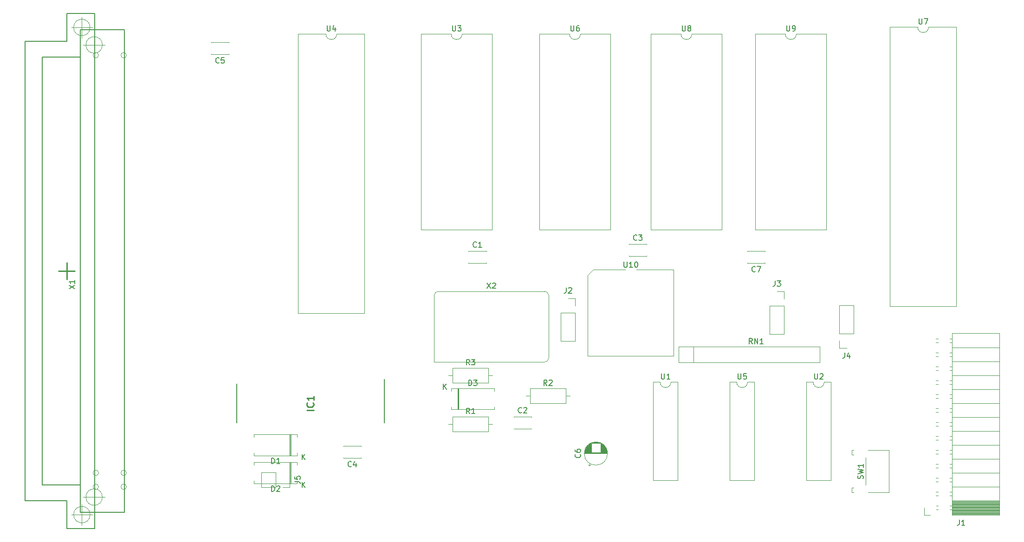
<source format=gbr>
%TF.GenerationSoftware,KiCad,Pcbnew,(5.1.10)-1*%
%TF.CreationDate,2022-01-29T09:49:05+01:00*%
%TF.ProjectId,cpu01,63707530-312e-46b6-9963-61645f706362,rev?*%
%TF.SameCoordinates,Original*%
%TF.FileFunction,Legend,Top*%
%TF.FilePolarity,Positive*%
%FSLAX46Y46*%
G04 Gerber Fmt 4.6, Leading zero omitted, Abs format (unit mm)*
G04 Created by KiCad (PCBNEW (5.1.10)-1) date 2022-01-29 09:49:05*
%MOMM*%
%LPD*%
G01*
G04 APERTURE LIST*
%ADD10C,0.120000*%
%ADD11C,0.200000*%
%ADD12C,0.100000*%
%ADD13C,0.250000*%
%ADD14C,0.150000*%
%ADD15C,0.254000*%
G04 APERTURE END LIST*
D10*
%TO.C,SW1*%
X181300000Y-132230000D02*
X181650000Y-132230000D01*
X181300000Y-133120000D02*
X181300000Y-132230000D01*
X181600000Y-133120000D02*
X181300000Y-133120000D01*
X184240000Y-133120000D02*
X188090000Y-133120000D01*
X188090000Y-133120000D02*
X188090000Y-125380000D01*
X188090000Y-125380000D02*
X184240000Y-125380000D01*
X183850000Y-126760000D02*
X183850000Y-131740000D01*
X181300000Y-126270000D02*
X181300000Y-125380000D01*
X181300000Y-126270000D02*
X181650000Y-126270000D01*
X181600000Y-125380000D02*
X181300000Y-125380000D01*
%TO.C,J5*%
X76200000Y-129480000D02*
X76200000Y-132140000D01*
X76200000Y-129480000D02*
X73600000Y-129480000D01*
X73600000Y-129480000D02*
X73600000Y-132140000D01*
X76200000Y-132140000D02*
X73600000Y-132140000D01*
X78800000Y-132140000D02*
X77470000Y-132140000D01*
X78800000Y-130810000D02*
X78800000Y-132140000D01*
%TO.C,U10*%
X148820000Y-92480000D02*
X141970000Y-92480000D01*
X148820000Y-108180000D02*
X148820000Y-92480000D01*
X133120000Y-108180000D02*
X148820000Y-108180000D01*
X133120000Y-93480000D02*
X133120000Y-108180000D01*
X134120000Y-92480000D02*
X133120000Y-93480000D01*
X139970000Y-92480000D02*
X134120000Y-92480000D01*
%TO.C,J4*%
X180340000Y-106740000D02*
X179010000Y-106740000D01*
X179010000Y-106740000D02*
X179010000Y-105410000D01*
X179010000Y-104140000D02*
X179010000Y-99000000D01*
X181670000Y-99000000D02*
X179010000Y-99000000D01*
X181670000Y-104140000D02*
X181670000Y-99000000D01*
X181670000Y-104140000D02*
X179010000Y-104140000D01*
%TO.C,J3*%
X167640000Y-96460000D02*
X168970000Y-96460000D01*
X168970000Y-96460000D02*
X168970000Y-97790000D01*
X168970000Y-99060000D02*
X168970000Y-104200000D01*
X166310000Y-104200000D02*
X168970000Y-104200000D01*
X166310000Y-99060000D02*
X166310000Y-104200000D01*
X166310000Y-99060000D02*
X168970000Y-99060000D01*
%TO.C,U7*%
X193310000Y-48200000D02*
X188250000Y-48200000D01*
X188250000Y-48200000D02*
X188250000Y-99120000D01*
X188250000Y-99120000D02*
X200370000Y-99120000D01*
X200370000Y-99120000D02*
X200370000Y-48200000D01*
X200370000Y-48200000D02*
X195310000Y-48200000D01*
X195310000Y-48200000D02*
G75*
G02*
X193310000Y-48200000I-1000000J0D01*
G01*
%TO.C,X2*%
X105120000Y-97170000D02*
X105120000Y-109320000D01*
X125270000Y-96420000D02*
X105870000Y-96420000D01*
X126020000Y-108570000D02*
X126020000Y-97170000D01*
X105120000Y-109320000D02*
X125270000Y-109320000D01*
X105870000Y-96420000D02*
G75*
G03*
X105120000Y-97170000I0J-750000D01*
G01*
X126020000Y-97170000D02*
G75*
G03*
X125270000Y-96420000I-750000J0D01*
G01*
X125270000Y-109320000D02*
G75*
G03*
X126020000Y-108570000I0J750000D01*
G01*
%TO.C,R3*%
X108490000Y-110390000D02*
X108490000Y-113130000D01*
X108490000Y-113130000D02*
X115030000Y-113130000D01*
X115030000Y-113130000D02*
X115030000Y-110390000D01*
X115030000Y-110390000D02*
X108490000Y-110390000D01*
X107720000Y-111760000D02*
X108490000Y-111760000D01*
X115800000Y-111760000D02*
X115030000Y-111760000D01*
%TO.C,J2*%
X128210000Y-100330000D02*
X130870000Y-100330000D01*
X128210000Y-100330000D02*
X128210000Y-105470000D01*
X128210000Y-105470000D02*
X130870000Y-105470000D01*
X130870000Y-100330000D02*
X130870000Y-105470000D01*
X130870000Y-97730000D02*
X130870000Y-99060000D01*
X129540000Y-97730000D02*
X130870000Y-97730000D01*
%TO.C,R2*%
X122600000Y-114140000D02*
X122600000Y-116880000D01*
X122600000Y-116880000D02*
X129140000Y-116880000D01*
X129140000Y-116880000D02*
X129140000Y-114140000D01*
X129140000Y-114140000D02*
X122600000Y-114140000D01*
X121830000Y-115510000D02*
X122600000Y-115510000D01*
X129910000Y-115510000D02*
X129140000Y-115510000D01*
%TO.C,R1*%
X108490000Y-119290000D02*
X108490000Y-122030000D01*
X108490000Y-122030000D02*
X115030000Y-122030000D01*
X115030000Y-122030000D02*
X115030000Y-119290000D01*
X115030000Y-119290000D02*
X108490000Y-119290000D01*
X107720000Y-120660000D02*
X108490000Y-120660000D01*
X115800000Y-120660000D02*
X115030000Y-120660000D01*
%TO.C,D3*%
X108240000Y-114620000D02*
X108240000Y-114140000D01*
X108240000Y-114140000D02*
X116080000Y-114140000D01*
X116080000Y-114140000D02*
X116080000Y-114620000D01*
X108240000Y-117500000D02*
X108240000Y-117980000D01*
X108240000Y-117980000D02*
X116080000Y-117980000D01*
X116080000Y-117980000D02*
X116080000Y-117500000D01*
X109500000Y-114140000D02*
X109500000Y-117980000D01*
X109620000Y-114140000D02*
X109620000Y-117980000D01*
X109380000Y-114140000D02*
X109380000Y-117980000D01*
%TO.C,C7*%
X165470000Y-91290000D02*
X162230000Y-91290000D01*
X165470000Y-89050000D02*
X162230000Y-89050000D01*
X165470000Y-91290000D02*
X165470000Y-91225000D01*
X165470000Y-89115000D02*
X165470000Y-89050000D01*
X162230000Y-91290000D02*
X162230000Y-91225000D01*
X162230000Y-89115000D02*
X162230000Y-89050000D01*
%TO.C,C6*%
X136740000Y-126000000D02*
G75*
G03*
X136740000Y-126000000I-2120000J0D01*
G01*
X132540000Y-126000000D02*
X136700000Y-126000000D01*
X132540000Y-125960000D02*
X136700000Y-125960000D01*
X132541000Y-125920000D02*
X136699000Y-125920000D01*
X132543000Y-125880000D02*
X136697000Y-125880000D01*
X132546000Y-125840000D02*
X136694000Y-125840000D01*
X132549000Y-125800000D02*
X133780000Y-125800000D01*
X135460000Y-125800000D02*
X136691000Y-125800000D01*
X132553000Y-125760000D02*
X133780000Y-125760000D01*
X135460000Y-125760000D02*
X136687000Y-125760000D01*
X132558000Y-125720000D02*
X133780000Y-125720000D01*
X135460000Y-125720000D02*
X136682000Y-125720000D01*
X132564000Y-125680000D02*
X133780000Y-125680000D01*
X135460000Y-125680000D02*
X136676000Y-125680000D01*
X132570000Y-125640000D02*
X133780000Y-125640000D01*
X135460000Y-125640000D02*
X136670000Y-125640000D01*
X132578000Y-125600000D02*
X133780000Y-125600000D01*
X135460000Y-125600000D02*
X136662000Y-125600000D01*
X132586000Y-125560000D02*
X133780000Y-125560000D01*
X135460000Y-125560000D02*
X136654000Y-125560000D01*
X132595000Y-125520000D02*
X133780000Y-125520000D01*
X135460000Y-125520000D02*
X136645000Y-125520000D01*
X132604000Y-125480000D02*
X133780000Y-125480000D01*
X135460000Y-125480000D02*
X136636000Y-125480000D01*
X132615000Y-125440000D02*
X133780000Y-125440000D01*
X135460000Y-125440000D02*
X136625000Y-125440000D01*
X132626000Y-125400000D02*
X133780000Y-125400000D01*
X135460000Y-125400000D02*
X136614000Y-125400000D01*
X132638000Y-125360000D02*
X133780000Y-125360000D01*
X135460000Y-125360000D02*
X136602000Y-125360000D01*
X132652000Y-125320000D02*
X133780000Y-125320000D01*
X135460000Y-125320000D02*
X136588000Y-125320000D01*
X132666000Y-125279000D02*
X133780000Y-125279000D01*
X135460000Y-125279000D02*
X136574000Y-125279000D01*
X132680000Y-125239000D02*
X133780000Y-125239000D01*
X135460000Y-125239000D02*
X136560000Y-125239000D01*
X132696000Y-125199000D02*
X133780000Y-125199000D01*
X135460000Y-125199000D02*
X136544000Y-125199000D01*
X132713000Y-125159000D02*
X133780000Y-125159000D01*
X135460000Y-125159000D02*
X136527000Y-125159000D01*
X132731000Y-125119000D02*
X133780000Y-125119000D01*
X135460000Y-125119000D02*
X136509000Y-125119000D01*
X132750000Y-125079000D02*
X133780000Y-125079000D01*
X135460000Y-125079000D02*
X136490000Y-125079000D01*
X132769000Y-125039000D02*
X133780000Y-125039000D01*
X135460000Y-125039000D02*
X136471000Y-125039000D01*
X132790000Y-124999000D02*
X133780000Y-124999000D01*
X135460000Y-124999000D02*
X136450000Y-124999000D01*
X132812000Y-124959000D02*
X133780000Y-124959000D01*
X135460000Y-124959000D02*
X136428000Y-124959000D01*
X132835000Y-124919000D02*
X133780000Y-124919000D01*
X135460000Y-124919000D02*
X136405000Y-124919000D01*
X132860000Y-124879000D02*
X133780000Y-124879000D01*
X135460000Y-124879000D02*
X136380000Y-124879000D01*
X132885000Y-124839000D02*
X133780000Y-124839000D01*
X135460000Y-124839000D02*
X136355000Y-124839000D01*
X132912000Y-124799000D02*
X133780000Y-124799000D01*
X135460000Y-124799000D02*
X136328000Y-124799000D01*
X132940000Y-124759000D02*
X133780000Y-124759000D01*
X135460000Y-124759000D02*
X136300000Y-124759000D01*
X132970000Y-124719000D02*
X133780000Y-124719000D01*
X135460000Y-124719000D02*
X136270000Y-124719000D01*
X133001000Y-124679000D02*
X133780000Y-124679000D01*
X135460000Y-124679000D02*
X136239000Y-124679000D01*
X133033000Y-124639000D02*
X133780000Y-124639000D01*
X135460000Y-124639000D02*
X136207000Y-124639000D01*
X133068000Y-124599000D02*
X133780000Y-124599000D01*
X135460000Y-124599000D02*
X136172000Y-124599000D01*
X133104000Y-124559000D02*
X133780000Y-124559000D01*
X135460000Y-124559000D02*
X136136000Y-124559000D01*
X133142000Y-124519000D02*
X133780000Y-124519000D01*
X135460000Y-124519000D02*
X136098000Y-124519000D01*
X133182000Y-124479000D02*
X133780000Y-124479000D01*
X135460000Y-124479000D02*
X136058000Y-124479000D01*
X133224000Y-124439000D02*
X133780000Y-124439000D01*
X135460000Y-124439000D02*
X136016000Y-124439000D01*
X133269000Y-124399000D02*
X133780000Y-124399000D01*
X135460000Y-124399000D02*
X135971000Y-124399000D01*
X133316000Y-124359000D02*
X133780000Y-124359000D01*
X135460000Y-124359000D02*
X135924000Y-124359000D01*
X133366000Y-124319000D02*
X133780000Y-124319000D01*
X135460000Y-124319000D02*
X135874000Y-124319000D01*
X133420000Y-124279000D02*
X133780000Y-124279000D01*
X135460000Y-124279000D02*
X135820000Y-124279000D01*
X133478000Y-124239000D02*
X133780000Y-124239000D01*
X135460000Y-124239000D02*
X135762000Y-124239000D01*
X133540000Y-124199000D02*
X133780000Y-124199000D01*
X135460000Y-124199000D02*
X135700000Y-124199000D01*
X133607000Y-124159000D02*
X135633000Y-124159000D01*
X133680000Y-124119000D02*
X135560000Y-124119000D01*
X133761000Y-124079000D02*
X135479000Y-124079000D01*
X133852000Y-124039000D02*
X135388000Y-124039000D01*
X133956000Y-123999000D02*
X135284000Y-123999000D01*
X134083000Y-123959000D02*
X135157000Y-123959000D01*
X134250000Y-123919000D02*
X134990000Y-123919000D01*
X133425000Y-128269801D02*
X133425000Y-127869801D01*
X133225000Y-128069801D02*
X133625000Y-128069801D01*
%TO.C,C5*%
X67680000Y-53190000D02*
X64440000Y-53190000D01*
X67680000Y-50950000D02*
X64440000Y-50950000D01*
X67680000Y-53190000D02*
X67680000Y-53125000D01*
X67680000Y-51015000D02*
X67680000Y-50950000D01*
X64440000Y-53190000D02*
X64440000Y-53125000D01*
X64440000Y-51015000D02*
X64440000Y-50950000D01*
%TO.C,C4*%
X91810000Y-126850000D02*
X88570000Y-126850000D01*
X91810000Y-124610000D02*
X88570000Y-124610000D01*
X91810000Y-126850000D02*
X91810000Y-126785000D01*
X91810000Y-124675000D02*
X91810000Y-124610000D01*
X88570000Y-126850000D02*
X88570000Y-126785000D01*
X88570000Y-124675000D02*
X88570000Y-124610000D01*
%TO.C,C3*%
X140640000Y-87780000D02*
X143880000Y-87780000D01*
X140640000Y-90020000D02*
X143880000Y-90020000D01*
X140640000Y-87780000D02*
X140640000Y-87845000D01*
X140640000Y-89955000D02*
X140640000Y-90020000D01*
X143880000Y-87780000D02*
X143880000Y-87845000D01*
X143880000Y-89955000D02*
X143880000Y-90020000D01*
%TO.C,C2*%
X119620000Y-119290000D02*
X122860000Y-119290000D01*
X119620000Y-121530000D02*
X122860000Y-121530000D01*
X119620000Y-119290000D02*
X119620000Y-119355000D01*
X119620000Y-121465000D02*
X119620000Y-121530000D01*
X122860000Y-119290000D02*
X122860000Y-119355000D01*
X122860000Y-121465000D02*
X122860000Y-121530000D01*
%TO.C,C1*%
X111390000Y-89050000D02*
X114630000Y-89050000D01*
X111390000Y-91290000D02*
X114630000Y-91290000D01*
X111390000Y-89050000D02*
X111390000Y-89115000D01*
X111390000Y-91225000D02*
X111390000Y-91290000D01*
X114630000Y-89050000D02*
X114630000Y-89115000D01*
X114630000Y-91225000D02*
X114630000Y-91290000D01*
%TO.C,D2*%
X78980000Y-131460000D02*
X78980000Y-127620000D01*
X78740000Y-131460000D02*
X78740000Y-127620000D01*
X78860000Y-131460000D02*
X78860000Y-127620000D01*
X72280000Y-127620000D02*
X72280000Y-128100000D01*
X80120000Y-127620000D02*
X72280000Y-127620000D01*
X80120000Y-128100000D02*
X80120000Y-127620000D01*
X72280000Y-131460000D02*
X72280000Y-130980000D01*
X80120000Y-131460000D02*
X72280000Y-131460000D01*
X80120000Y-130980000D02*
X80120000Y-131460000D01*
%TO.C,D1*%
X78980000Y-126380000D02*
X78980000Y-122540000D01*
X78740000Y-126380000D02*
X78740000Y-122540000D01*
X78860000Y-126380000D02*
X78860000Y-122540000D01*
X72280000Y-122540000D02*
X72280000Y-123020000D01*
X80120000Y-122540000D02*
X72280000Y-122540000D01*
X80120000Y-123020000D02*
X80120000Y-122540000D01*
X72280000Y-126380000D02*
X72280000Y-125900000D01*
X80120000Y-126380000D02*
X72280000Y-126380000D01*
X80120000Y-125900000D02*
X80120000Y-126380000D01*
%TO.C,U1*%
X146320000Y-112970000D02*
X145070000Y-112970000D01*
X145070000Y-112970000D02*
X145070000Y-130870000D01*
X145070000Y-130870000D02*
X149570000Y-130870000D01*
X149570000Y-130870000D02*
X149570000Y-112970000D01*
X149570000Y-112970000D02*
X148320000Y-112970000D01*
X148320000Y-112970000D02*
G75*
G02*
X146320000Y-112970000I-1000000J0D01*
G01*
%TO.C,U5*%
X160290000Y-112970000D02*
X159040000Y-112970000D01*
X159040000Y-112970000D02*
X159040000Y-130870000D01*
X159040000Y-130870000D02*
X163540000Y-130870000D01*
X163540000Y-130870000D02*
X163540000Y-112970000D01*
X163540000Y-112970000D02*
X162290000Y-112970000D01*
X162290000Y-112970000D02*
G75*
G02*
X160290000Y-112970000I-1000000J0D01*
G01*
%TO.C,U2*%
X174260000Y-112970000D02*
X173010000Y-112970000D01*
X173010000Y-112970000D02*
X173010000Y-130870000D01*
X173010000Y-130870000D02*
X177510000Y-130870000D01*
X177510000Y-130870000D02*
X177510000Y-112970000D01*
X177510000Y-112970000D02*
X176260000Y-112970000D01*
X176260000Y-112970000D02*
G75*
G02*
X174260000Y-112970000I-1000000J0D01*
G01*
%TO.C,RN1*%
X149690000Y-106550000D02*
X149690000Y-109350000D01*
X149690000Y-109350000D02*
X175430000Y-109350000D01*
X175430000Y-109350000D02*
X175430000Y-106550000D01*
X175430000Y-106550000D02*
X149690000Y-106550000D01*
X152400000Y-106550000D02*
X152400000Y-109350000D01*
%TO.C,J1*%
X208210000Y-137100000D02*
X199580000Y-137100000D01*
X208210000Y-136981905D02*
X199580000Y-136981905D01*
X208210000Y-136863810D02*
X199580000Y-136863810D01*
X208210000Y-136745715D02*
X199580000Y-136745715D01*
X208210000Y-136627620D02*
X199580000Y-136627620D01*
X208210000Y-136509525D02*
X199580000Y-136509525D01*
X208210000Y-136391430D02*
X199580000Y-136391430D01*
X208210000Y-136273335D02*
X199580000Y-136273335D01*
X208210000Y-136155240D02*
X199580000Y-136155240D01*
X208210000Y-136037145D02*
X199580000Y-136037145D01*
X208210000Y-135919050D02*
X199580000Y-135919050D01*
X208210000Y-135800955D02*
X199580000Y-135800955D01*
X208210000Y-135682860D02*
X199580000Y-135682860D01*
X208210000Y-135564765D02*
X199580000Y-135564765D01*
X208210000Y-135446670D02*
X199580000Y-135446670D01*
X208210000Y-135328575D02*
X199580000Y-135328575D01*
X208210000Y-135210480D02*
X199580000Y-135210480D01*
X208210000Y-135092385D02*
X199580000Y-135092385D01*
X208210000Y-134974290D02*
X199580000Y-134974290D01*
X208210000Y-134856195D02*
X199580000Y-134856195D01*
X208210000Y-134738100D02*
X199580000Y-134738100D01*
X199580000Y-136250000D02*
X199170000Y-136250000D01*
X197070000Y-136250000D02*
X196690000Y-136250000D01*
X199580000Y-135530000D02*
X199170000Y-135530000D01*
X197070000Y-135530000D02*
X196690000Y-135530000D01*
X199580000Y-133710000D02*
X199170000Y-133710000D01*
X197070000Y-133710000D02*
X196630000Y-133710000D01*
X199580000Y-132990000D02*
X199170000Y-132990000D01*
X197070000Y-132990000D02*
X196630000Y-132990000D01*
X199580000Y-131170000D02*
X199170000Y-131170000D01*
X197070000Y-131170000D02*
X196630000Y-131170000D01*
X199580000Y-130450000D02*
X199170000Y-130450000D01*
X197070000Y-130450000D02*
X196630000Y-130450000D01*
X199580000Y-128630000D02*
X199170000Y-128630000D01*
X197070000Y-128630000D02*
X196630000Y-128630000D01*
X199580000Y-127910000D02*
X199170000Y-127910000D01*
X197070000Y-127910000D02*
X196630000Y-127910000D01*
X199580000Y-126090000D02*
X199170000Y-126090000D01*
X197070000Y-126090000D02*
X196630000Y-126090000D01*
X199580000Y-125370000D02*
X199170000Y-125370000D01*
X197070000Y-125370000D02*
X196630000Y-125370000D01*
X199580000Y-123550000D02*
X199170000Y-123550000D01*
X197070000Y-123550000D02*
X196630000Y-123550000D01*
X199580000Y-122830000D02*
X199170000Y-122830000D01*
X197070000Y-122830000D02*
X196630000Y-122830000D01*
X199580000Y-121010000D02*
X199170000Y-121010000D01*
X197070000Y-121010000D02*
X196630000Y-121010000D01*
X199580000Y-120290000D02*
X199170000Y-120290000D01*
X197070000Y-120290000D02*
X196630000Y-120290000D01*
X199580000Y-118470000D02*
X199170000Y-118470000D01*
X197070000Y-118470000D02*
X196630000Y-118470000D01*
X199580000Y-117750000D02*
X199170000Y-117750000D01*
X197070000Y-117750000D02*
X196630000Y-117750000D01*
X199580000Y-115930000D02*
X199170000Y-115930000D01*
X197070000Y-115930000D02*
X196630000Y-115930000D01*
X199580000Y-115210000D02*
X199170000Y-115210000D01*
X197070000Y-115210000D02*
X196630000Y-115210000D01*
X199580000Y-113390000D02*
X199170000Y-113390000D01*
X197070000Y-113390000D02*
X196630000Y-113390000D01*
X199580000Y-112670000D02*
X199170000Y-112670000D01*
X197070000Y-112670000D02*
X196630000Y-112670000D01*
X199580000Y-110850000D02*
X199170000Y-110850000D01*
X197070000Y-110850000D02*
X196630000Y-110850000D01*
X199580000Y-110130000D02*
X199170000Y-110130000D01*
X197070000Y-110130000D02*
X196630000Y-110130000D01*
X199580000Y-108310000D02*
X199170000Y-108310000D01*
X197070000Y-108310000D02*
X196630000Y-108310000D01*
X199580000Y-107590000D02*
X199170000Y-107590000D01*
X197070000Y-107590000D02*
X196630000Y-107590000D01*
X199580000Y-105770000D02*
X199170000Y-105770000D01*
X197070000Y-105770000D02*
X196630000Y-105770000D01*
X199580000Y-105050000D02*
X199170000Y-105050000D01*
X197070000Y-105050000D02*
X196630000Y-105050000D01*
X208210000Y-134620000D02*
X199580000Y-134620000D01*
X208210000Y-132080000D02*
X199580000Y-132080000D01*
X208210000Y-129540000D02*
X199580000Y-129540000D01*
X208210000Y-127000000D02*
X199580000Y-127000000D01*
X208210000Y-124460000D02*
X199580000Y-124460000D01*
X208210000Y-121920000D02*
X199580000Y-121920000D01*
X208210000Y-119380000D02*
X199580000Y-119380000D01*
X208210000Y-116840000D02*
X199580000Y-116840000D01*
X208210000Y-114300000D02*
X199580000Y-114300000D01*
X208210000Y-111760000D02*
X199580000Y-111760000D01*
X208210000Y-109220000D02*
X199580000Y-109220000D01*
X208210000Y-106680000D02*
X199580000Y-106680000D01*
X208210000Y-137220000D02*
X199580000Y-137220000D01*
X199580000Y-137220000D02*
X199580000Y-104080000D01*
X208210000Y-104080000D02*
X199580000Y-104080000D01*
X208210000Y-137220000D02*
X208210000Y-104080000D01*
X194470000Y-137220000D02*
X194470000Y-135890000D01*
X195580000Y-137220000D02*
X194470000Y-137220000D01*
%TO.C,U9*%
X169180000Y-49470000D02*
X163720000Y-49470000D01*
X163720000Y-49470000D02*
X163720000Y-85150000D01*
X163720000Y-85150000D02*
X176640000Y-85150000D01*
X176640000Y-85150000D02*
X176640000Y-49470000D01*
X176640000Y-49470000D02*
X171180000Y-49470000D01*
X171180000Y-49470000D02*
G75*
G02*
X169180000Y-49470000I-1000000J0D01*
G01*
%TO.C,U8*%
X150130000Y-49470000D02*
X144670000Y-49470000D01*
X144670000Y-49470000D02*
X144670000Y-85150000D01*
X144670000Y-85150000D02*
X157590000Y-85150000D01*
X157590000Y-85150000D02*
X157590000Y-49470000D01*
X157590000Y-49470000D02*
X152130000Y-49470000D01*
X152130000Y-49470000D02*
G75*
G02*
X150130000Y-49470000I-1000000J0D01*
G01*
%TO.C,U6*%
X129810000Y-49470000D02*
X124350000Y-49470000D01*
X124350000Y-49470000D02*
X124350000Y-85150000D01*
X124350000Y-85150000D02*
X137270000Y-85150000D01*
X137270000Y-85150000D02*
X137270000Y-49470000D01*
X137270000Y-49470000D02*
X131810000Y-49470000D01*
X131810000Y-49470000D02*
G75*
G02*
X129810000Y-49470000I-1000000J0D01*
G01*
%TO.C,U3*%
X108220000Y-49470000D02*
X102760000Y-49470000D01*
X102760000Y-49470000D02*
X102760000Y-85150000D01*
X102760000Y-85150000D02*
X115680000Y-85150000D01*
X115680000Y-85150000D02*
X115680000Y-49470000D01*
X115680000Y-49470000D02*
X110220000Y-49470000D01*
X110220000Y-49470000D02*
G75*
G02*
X108220000Y-49470000I-1000000J0D01*
G01*
D11*
%TO.C,IC1*%
X69088000Y-113284000D02*
X69088000Y-120396000D01*
X96012000Y-112450000D02*
X96012000Y-120396000D01*
D10*
%TO.C,U4*%
X85360000Y-49470000D02*
X80300000Y-49470000D01*
X80300000Y-49470000D02*
X80300000Y-100390000D01*
X80300000Y-100390000D02*
X92420000Y-100390000D01*
X92420000Y-100390000D02*
X92420000Y-49470000D01*
X92420000Y-49470000D02*
X87360000Y-49470000D01*
X87360000Y-49470000D02*
G75*
G02*
X85360000Y-49470000I-1000000J0D01*
G01*
D11*
%TO.C,X1*%
X43180000Y-139700000D02*
X43180000Y-45720000D01*
X30480000Y-50800000D02*
X30480000Y-134620000D01*
X30480000Y-134620000D02*
X38100000Y-134620000D01*
X38100000Y-134620000D02*
X38100000Y-139700000D01*
X38100000Y-139700000D02*
X43180000Y-139700000D01*
X38100000Y-45720000D02*
X38100000Y-50800000D01*
X38100000Y-50800000D02*
X30480000Y-50800000D01*
X43180000Y-45720000D02*
X38100000Y-45720000D01*
D12*
X42355900Y-48272700D02*
G75*
G03*
X42355900Y-48272700I-1500000J0D01*
G01*
X40855900Y-46367700D02*
X40855900Y-50177700D01*
X42760900Y-48272700D02*
X38950900Y-48272700D01*
X40868600Y-135255000D02*
X40868600Y-139065000D01*
X42773600Y-137160000D02*
X38963600Y-137160000D01*
X42368600Y-137160000D02*
G75*
G03*
X42368600Y-137160000I-1500000J0D01*
G01*
X43908600Y-53340000D02*
G75*
G03*
X43908600Y-53340000I-500000J0D01*
G01*
X43908600Y-129540000D02*
G75*
G03*
X43908600Y-129540000I-500000J0D01*
G01*
X43908600Y-132080000D02*
G75*
G03*
X43908600Y-132080000I-500000J0D01*
G01*
X48988600Y-53340000D02*
G75*
G03*
X48988600Y-53340000I-500000J0D01*
G01*
X48988600Y-129540000D02*
G75*
G03*
X48988600Y-129540000I-500000J0D01*
G01*
X48988600Y-132080000D02*
G75*
G03*
X48988600Y-132080000I-500000J0D01*
G01*
D11*
X40600000Y-48710000D02*
X40600000Y-136710000D01*
X40600000Y-48710000D02*
X48600000Y-48710000D01*
X48600000Y-48710000D02*
X48600000Y-136710000D01*
X48600000Y-136710000D02*
X40600000Y-136710000D01*
X40600000Y-131710000D02*
X33600000Y-131710000D01*
X33600000Y-131710000D02*
X33600000Y-53710000D01*
X33600000Y-53710000D02*
X40600000Y-53710000D01*
D12*
X44600000Y-51460000D02*
G75*
G03*
X44600000Y-51460000I-1500000J0D01*
G01*
X45100000Y-51460000D02*
X41100000Y-51460000D01*
X43100000Y-49460000D02*
X43100000Y-53460000D01*
X44600000Y-133960000D02*
G75*
G03*
X44600000Y-133960000I-1500000J0D01*
G01*
X45100000Y-133960000D02*
X41100000Y-133960000D01*
X43100000Y-131960000D02*
X43100000Y-135960000D01*
D13*
X39600000Y-92710000D02*
X36600000Y-92710000D01*
X38100000Y-91210000D02*
X38100000Y-94210000D01*
%TO.C,SW1*%
D14*
X183324761Y-130583333D02*
X183372380Y-130440476D01*
X183372380Y-130202380D01*
X183324761Y-130107142D01*
X183277142Y-130059523D01*
X183181904Y-130011904D01*
X183086666Y-130011904D01*
X182991428Y-130059523D01*
X182943809Y-130107142D01*
X182896190Y-130202380D01*
X182848571Y-130392857D01*
X182800952Y-130488095D01*
X182753333Y-130535714D01*
X182658095Y-130583333D01*
X182562857Y-130583333D01*
X182467619Y-130535714D01*
X182420000Y-130488095D01*
X182372380Y-130392857D01*
X182372380Y-130154761D01*
X182420000Y-130011904D01*
X182372380Y-129678571D02*
X183372380Y-129440476D01*
X182658095Y-129250000D01*
X183372380Y-129059523D01*
X182372380Y-128821428D01*
X183372380Y-127916666D02*
X183372380Y-128488095D01*
X183372380Y-128202380D02*
X182372380Y-128202380D01*
X182515238Y-128297619D01*
X182610476Y-128392857D01*
X182658095Y-128488095D01*
%TO.C,J5*%
X79692380Y-131143333D02*
X80406666Y-131143333D01*
X80549523Y-131190952D01*
X80644761Y-131286190D01*
X80692380Y-131429047D01*
X80692380Y-131524285D01*
X79692380Y-130190952D02*
X79692380Y-130667142D01*
X80168571Y-130714761D01*
X80120952Y-130667142D01*
X80073333Y-130571904D01*
X80073333Y-130333809D01*
X80120952Y-130238571D01*
X80168571Y-130190952D01*
X80263809Y-130143333D01*
X80501904Y-130143333D01*
X80597142Y-130190952D01*
X80644761Y-130238571D01*
X80692380Y-130333809D01*
X80692380Y-130571904D01*
X80644761Y-130667142D01*
X80597142Y-130714761D01*
%TO.C,U10*%
X139731904Y-91032380D02*
X139731904Y-91841904D01*
X139779523Y-91937142D01*
X139827142Y-91984761D01*
X139922380Y-92032380D01*
X140112857Y-92032380D01*
X140208095Y-91984761D01*
X140255714Y-91937142D01*
X140303333Y-91841904D01*
X140303333Y-91032380D01*
X141303333Y-92032380D02*
X140731904Y-92032380D01*
X141017619Y-92032380D02*
X141017619Y-91032380D01*
X140922380Y-91175238D01*
X140827142Y-91270476D01*
X140731904Y-91318095D01*
X141922380Y-91032380D02*
X142017619Y-91032380D01*
X142112857Y-91080000D01*
X142160476Y-91127619D01*
X142208095Y-91222857D01*
X142255714Y-91413333D01*
X142255714Y-91651428D01*
X142208095Y-91841904D01*
X142160476Y-91937142D01*
X142112857Y-91984761D01*
X142017619Y-92032380D01*
X141922380Y-92032380D01*
X141827142Y-91984761D01*
X141779523Y-91937142D01*
X141731904Y-91841904D01*
X141684285Y-91651428D01*
X141684285Y-91413333D01*
X141731904Y-91222857D01*
X141779523Y-91127619D01*
X141827142Y-91080000D01*
X141922380Y-91032380D01*
%TO.C,J4*%
X180006666Y-107632380D02*
X180006666Y-108346666D01*
X179959047Y-108489523D01*
X179863809Y-108584761D01*
X179720952Y-108632380D01*
X179625714Y-108632380D01*
X180911428Y-107965714D02*
X180911428Y-108632380D01*
X180673333Y-107584761D02*
X180435238Y-108299047D01*
X181054285Y-108299047D01*
%TO.C,J3*%
X167306666Y-94472380D02*
X167306666Y-95186666D01*
X167259047Y-95329523D01*
X167163809Y-95424761D01*
X167020952Y-95472380D01*
X166925714Y-95472380D01*
X167687619Y-94472380D02*
X168306666Y-94472380D01*
X167973333Y-94853333D01*
X168116190Y-94853333D01*
X168211428Y-94900952D01*
X168259047Y-94948571D01*
X168306666Y-95043809D01*
X168306666Y-95281904D01*
X168259047Y-95377142D01*
X168211428Y-95424761D01*
X168116190Y-95472380D01*
X167830476Y-95472380D01*
X167735238Y-95424761D01*
X167687619Y-95377142D01*
%TO.C,U7*%
X193548095Y-46652380D02*
X193548095Y-47461904D01*
X193595714Y-47557142D01*
X193643333Y-47604761D01*
X193738571Y-47652380D01*
X193929047Y-47652380D01*
X194024285Y-47604761D01*
X194071904Y-47557142D01*
X194119523Y-47461904D01*
X194119523Y-46652380D01*
X194500476Y-46652380D02*
X195167142Y-46652380D01*
X194738571Y-47652380D01*
%TO.C,X2*%
X114760476Y-94872380D02*
X115427142Y-95872380D01*
X115427142Y-94872380D02*
X114760476Y-95872380D01*
X115760476Y-94967619D02*
X115808095Y-94920000D01*
X115903333Y-94872380D01*
X116141428Y-94872380D01*
X116236666Y-94920000D01*
X116284285Y-94967619D01*
X116331904Y-95062857D01*
X116331904Y-95158095D01*
X116284285Y-95300952D01*
X115712857Y-95872380D01*
X116331904Y-95872380D01*
%TO.C,R3*%
X111593333Y-109842380D02*
X111260000Y-109366190D01*
X111021904Y-109842380D02*
X111021904Y-108842380D01*
X111402857Y-108842380D01*
X111498095Y-108890000D01*
X111545714Y-108937619D01*
X111593333Y-109032857D01*
X111593333Y-109175714D01*
X111545714Y-109270952D01*
X111498095Y-109318571D01*
X111402857Y-109366190D01*
X111021904Y-109366190D01*
X111926666Y-108842380D02*
X112545714Y-108842380D01*
X112212380Y-109223333D01*
X112355238Y-109223333D01*
X112450476Y-109270952D01*
X112498095Y-109318571D01*
X112545714Y-109413809D01*
X112545714Y-109651904D01*
X112498095Y-109747142D01*
X112450476Y-109794761D01*
X112355238Y-109842380D01*
X112069523Y-109842380D01*
X111974285Y-109794761D01*
X111926666Y-109747142D01*
%TO.C,J2*%
X129206666Y-95742380D02*
X129206666Y-96456666D01*
X129159047Y-96599523D01*
X129063809Y-96694761D01*
X128920952Y-96742380D01*
X128825714Y-96742380D01*
X129635238Y-95837619D02*
X129682857Y-95790000D01*
X129778095Y-95742380D01*
X130016190Y-95742380D01*
X130111428Y-95790000D01*
X130159047Y-95837619D01*
X130206666Y-95932857D01*
X130206666Y-96028095D01*
X130159047Y-96170952D01*
X129587619Y-96742380D01*
X130206666Y-96742380D01*
%TO.C,R2*%
X125703333Y-113592380D02*
X125370000Y-113116190D01*
X125131904Y-113592380D02*
X125131904Y-112592380D01*
X125512857Y-112592380D01*
X125608095Y-112640000D01*
X125655714Y-112687619D01*
X125703333Y-112782857D01*
X125703333Y-112925714D01*
X125655714Y-113020952D01*
X125608095Y-113068571D01*
X125512857Y-113116190D01*
X125131904Y-113116190D01*
X126084285Y-112687619D02*
X126131904Y-112640000D01*
X126227142Y-112592380D01*
X126465238Y-112592380D01*
X126560476Y-112640000D01*
X126608095Y-112687619D01*
X126655714Y-112782857D01*
X126655714Y-112878095D01*
X126608095Y-113020952D01*
X126036666Y-113592380D01*
X126655714Y-113592380D01*
%TO.C,R1*%
X111593333Y-118742380D02*
X111260000Y-118266190D01*
X111021904Y-118742380D02*
X111021904Y-117742380D01*
X111402857Y-117742380D01*
X111498095Y-117790000D01*
X111545714Y-117837619D01*
X111593333Y-117932857D01*
X111593333Y-118075714D01*
X111545714Y-118170952D01*
X111498095Y-118218571D01*
X111402857Y-118266190D01*
X111021904Y-118266190D01*
X112545714Y-118742380D02*
X111974285Y-118742380D01*
X112260000Y-118742380D02*
X112260000Y-117742380D01*
X112164761Y-117885238D01*
X112069523Y-117980476D01*
X111974285Y-118028095D01*
%TO.C,D3*%
X111421904Y-113592380D02*
X111421904Y-112592380D01*
X111660000Y-112592380D01*
X111802857Y-112640000D01*
X111898095Y-112735238D01*
X111945714Y-112830476D01*
X111993333Y-113020952D01*
X111993333Y-113163809D01*
X111945714Y-113354285D01*
X111898095Y-113449523D01*
X111802857Y-113544761D01*
X111660000Y-113592380D01*
X111421904Y-113592380D01*
X112326666Y-112592380D02*
X112945714Y-112592380D01*
X112612380Y-112973333D01*
X112755238Y-112973333D01*
X112850476Y-113020952D01*
X112898095Y-113068571D01*
X112945714Y-113163809D01*
X112945714Y-113401904D01*
X112898095Y-113497142D01*
X112850476Y-113544761D01*
X112755238Y-113592380D01*
X112469523Y-113592380D01*
X112374285Y-113544761D01*
X112326666Y-113497142D01*
X106818095Y-114312380D02*
X106818095Y-113312380D01*
X107389523Y-114312380D02*
X106960952Y-113740952D01*
X107389523Y-113312380D02*
X106818095Y-113883809D01*
%TO.C,C7*%
X163683333Y-92777142D02*
X163635714Y-92824761D01*
X163492857Y-92872380D01*
X163397619Y-92872380D01*
X163254761Y-92824761D01*
X163159523Y-92729523D01*
X163111904Y-92634285D01*
X163064285Y-92443809D01*
X163064285Y-92300952D01*
X163111904Y-92110476D01*
X163159523Y-92015238D01*
X163254761Y-91920000D01*
X163397619Y-91872380D01*
X163492857Y-91872380D01*
X163635714Y-91920000D01*
X163683333Y-91967619D01*
X164016666Y-91872380D02*
X164683333Y-91872380D01*
X164254761Y-92872380D01*
%TO.C,C6*%
X131727142Y-126166666D02*
X131774761Y-126214285D01*
X131822380Y-126357142D01*
X131822380Y-126452380D01*
X131774761Y-126595238D01*
X131679523Y-126690476D01*
X131584285Y-126738095D01*
X131393809Y-126785714D01*
X131250952Y-126785714D01*
X131060476Y-126738095D01*
X130965238Y-126690476D01*
X130870000Y-126595238D01*
X130822380Y-126452380D01*
X130822380Y-126357142D01*
X130870000Y-126214285D01*
X130917619Y-126166666D01*
X130822380Y-125309523D02*
X130822380Y-125500000D01*
X130870000Y-125595238D01*
X130917619Y-125642857D01*
X131060476Y-125738095D01*
X131250952Y-125785714D01*
X131631904Y-125785714D01*
X131727142Y-125738095D01*
X131774761Y-125690476D01*
X131822380Y-125595238D01*
X131822380Y-125404761D01*
X131774761Y-125309523D01*
X131727142Y-125261904D01*
X131631904Y-125214285D01*
X131393809Y-125214285D01*
X131298571Y-125261904D01*
X131250952Y-125309523D01*
X131203333Y-125404761D01*
X131203333Y-125595238D01*
X131250952Y-125690476D01*
X131298571Y-125738095D01*
X131393809Y-125785714D01*
%TO.C,C5*%
X65893333Y-54677142D02*
X65845714Y-54724761D01*
X65702857Y-54772380D01*
X65607619Y-54772380D01*
X65464761Y-54724761D01*
X65369523Y-54629523D01*
X65321904Y-54534285D01*
X65274285Y-54343809D01*
X65274285Y-54200952D01*
X65321904Y-54010476D01*
X65369523Y-53915238D01*
X65464761Y-53820000D01*
X65607619Y-53772380D01*
X65702857Y-53772380D01*
X65845714Y-53820000D01*
X65893333Y-53867619D01*
X66798095Y-53772380D02*
X66321904Y-53772380D01*
X66274285Y-54248571D01*
X66321904Y-54200952D01*
X66417142Y-54153333D01*
X66655238Y-54153333D01*
X66750476Y-54200952D01*
X66798095Y-54248571D01*
X66845714Y-54343809D01*
X66845714Y-54581904D01*
X66798095Y-54677142D01*
X66750476Y-54724761D01*
X66655238Y-54772380D01*
X66417142Y-54772380D01*
X66321904Y-54724761D01*
X66274285Y-54677142D01*
%TO.C,C4*%
X90023333Y-128337142D02*
X89975714Y-128384761D01*
X89832857Y-128432380D01*
X89737619Y-128432380D01*
X89594761Y-128384761D01*
X89499523Y-128289523D01*
X89451904Y-128194285D01*
X89404285Y-128003809D01*
X89404285Y-127860952D01*
X89451904Y-127670476D01*
X89499523Y-127575238D01*
X89594761Y-127480000D01*
X89737619Y-127432380D01*
X89832857Y-127432380D01*
X89975714Y-127480000D01*
X90023333Y-127527619D01*
X90880476Y-127765714D02*
X90880476Y-128432380D01*
X90642380Y-127384761D02*
X90404285Y-128099047D01*
X91023333Y-128099047D01*
%TO.C,C3*%
X142093333Y-87007142D02*
X142045714Y-87054761D01*
X141902857Y-87102380D01*
X141807619Y-87102380D01*
X141664761Y-87054761D01*
X141569523Y-86959523D01*
X141521904Y-86864285D01*
X141474285Y-86673809D01*
X141474285Y-86530952D01*
X141521904Y-86340476D01*
X141569523Y-86245238D01*
X141664761Y-86150000D01*
X141807619Y-86102380D01*
X141902857Y-86102380D01*
X142045714Y-86150000D01*
X142093333Y-86197619D01*
X142426666Y-86102380D02*
X143045714Y-86102380D01*
X142712380Y-86483333D01*
X142855238Y-86483333D01*
X142950476Y-86530952D01*
X142998095Y-86578571D01*
X143045714Y-86673809D01*
X143045714Y-86911904D01*
X142998095Y-87007142D01*
X142950476Y-87054761D01*
X142855238Y-87102380D01*
X142569523Y-87102380D01*
X142474285Y-87054761D01*
X142426666Y-87007142D01*
%TO.C,C2*%
X121073333Y-118517142D02*
X121025714Y-118564761D01*
X120882857Y-118612380D01*
X120787619Y-118612380D01*
X120644761Y-118564761D01*
X120549523Y-118469523D01*
X120501904Y-118374285D01*
X120454285Y-118183809D01*
X120454285Y-118040952D01*
X120501904Y-117850476D01*
X120549523Y-117755238D01*
X120644761Y-117660000D01*
X120787619Y-117612380D01*
X120882857Y-117612380D01*
X121025714Y-117660000D01*
X121073333Y-117707619D01*
X121454285Y-117707619D02*
X121501904Y-117660000D01*
X121597142Y-117612380D01*
X121835238Y-117612380D01*
X121930476Y-117660000D01*
X121978095Y-117707619D01*
X122025714Y-117802857D01*
X122025714Y-117898095D01*
X121978095Y-118040952D01*
X121406666Y-118612380D01*
X122025714Y-118612380D01*
%TO.C,C1*%
X112843333Y-88277142D02*
X112795714Y-88324761D01*
X112652857Y-88372380D01*
X112557619Y-88372380D01*
X112414761Y-88324761D01*
X112319523Y-88229523D01*
X112271904Y-88134285D01*
X112224285Y-87943809D01*
X112224285Y-87800952D01*
X112271904Y-87610476D01*
X112319523Y-87515238D01*
X112414761Y-87420000D01*
X112557619Y-87372380D01*
X112652857Y-87372380D01*
X112795714Y-87420000D01*
X112843333Y-87467619D01*
X113795714Y-88372380D02*
X113224285Y-88372380D01*
X113510000Y-88372380D02*
X113510000Y-87372380D01*
X113414761Y-87515238D01*
X113319523Y-87610476D01*
X113224285Y-87658095D01*
%TO.C,D2*%
X75461904Y-132912380D02*
X75461904Y-131912380D01*
X75700000Y-131912380D01*
X75842857Y-131960000D01*
X75938095Y-132055238D01*
X75985714Y-132150476D01*
X76033333Y-132340952D01*
X76033333Y-132483809D01*
X75985714Y-132674285D01*
X75938095Y-132769523D01*
X75842857Y-132864761D01*
X75700000Y-132912380D01*
X75461904Y-132912380D01*
X76414285Y-132007619D02*
X76461904Y-131960000D01*
X76557142Y-131912380D01*
X76795238Y-131912380D01*
X76890476Y-131960000D01*
X76938095Y-132007619D01*
X76985714Y-132102857D01*
X76985714Y-132198095D01*
X76938095Y-132340952D01*
X76366666Y-132912380D01*
X76985714Y-132912380D01*
X81018095Y-132192380D02*
X81018095Y-131192380D01*
X81589523Y-132192380D02*
X81160952Y-131620952D01*
X81589523Y-131192380D02*
X81018095Y-131763809D01*
%TO.C,D1*%
X75461904Y-127832380D02*
X75461904Y-126832380D01*
X75700000Y-126832380D01*
X75842857Y-126880000D01*
X75938095Y-126975238D01*
X75985714Y-127070476D01*
X76033333Y-127260952D01*
X76033333Y-127403809D01*
X75985714Y-127594285D01*
X75938095Y-127689523D01*
X75842857Y-127784761D01*
X75700000Y-127832380D01*
X75461904Y-127832380D01*
X76985714Y-127832380D02*
X76414285Y-127832380D01*
X76700000Y-127832380D02*
X76700000Y-126832380D01*
X76604761Y-126975238D01*
X76509523Y-127070476D01*
X76414285Y-127118095D01*
X81018095Y-127112380D02*
X81018095Y-126112380D01*
X81589523Y-127112380D02*
X81160952Y-126540952D01*
X81589523Y-126112380D02*
X81018095Y-126683809D01*
%TO.C,U1*%
X146558095Y-111422380D02*
X146558095Y-112231904D01*
X146605714Y-112327142D01*
X146653333Y-112374761D01*
X146748571Y-112422380D01*
X146939047Y-112422380D01*
X147034285Y-112374761D01*
X147081904Y-112327142D01*
X147129523Y-112231904D01*
X147129523Y-111422380D01*
X148129523Y-112422380D02*
X147558095Y-112422380D01*
X147843809Y-112422380D02*
X147843809Y-111422380D01*
X147748571Y-111565238D01*
X147653333Y-111660476D01*
X147558095Y-111708095D01*
%TO.C,U5*%
X160528095Y-111422380D02*
X160528095Y-112231904D01*
X160575714Y-112327142D01*
X160623333Y-112374761D01*
X160718571Y-112422380D01*
X160909047Y-112422380D01*
X161004285Y-112374761D01*
X161051904Y-112327142D01*
X161099523Y-112231904D01*
X161099523Y-111422380D01*
X162051904Y-111422380D02*
X161575714Y-111422380D01*
X161528095Y-111898571D01*
X161575714Y-111850952D01*
X161670952Y-111803333D01*
X161909047Y-111803333D01*
X162004285Y-111850952D01*
X162051904Y-111898571D01*
X162099523Y-111993809D01*
X162099523Y-112231904D01*
X162051904Y-112327142D01*
X162004285Y-112374761D01*
X161909047Y-112422380D01*
X161670952Y-112422380D01*
X161575714Y-112374761D01*
X161528095Y-112327142D01*
%TO.C,U2*%
X174498095Y-111422380D02*
X174498095Y-112231904D01*
X174545714Y-112327142D01*
X174593333Y-112374761D01*
X174688571Y-112422380D01*
X174879047Y-112422380D01*
X174974285Y-112374761D01*
X175021904Y-112327142D01*
X175069523Y-112231904D01*
X175069523Y-111422380D01*
X175498095Y-111517619D02*
X175545714Y-111470000D01*
X175640952Y-111422380D01*
X175879047Y-111422380D01*
X175974285Y-111470000D01*
X176021904Y-111517619D01*
X176069523Y-111612857D01*
X176069523Y-111708095D01*
X176021904Y-111850952D01*
X175450476Y-112422380D01*
X176069523Y-112422380D01*
%TO.C,RN1*%
X163139523Y-106002380D02*
X162806190Y-105526190D01*
X162568095Y-106002380D02*
X162568095Y-105002380D01*
X162949047Y-105002380D01*
X163044285Y-105050000D01*
X163091904Y-105097619D01*
X163139523Y-105192857D01*
X163139523Y-105335714D01*
X163091904Y-105430952D01*
X163044285Y-105478571D01*
X162949047Y-105526190D01*
X162568095Y-105526190D01*
X163568095Y-106002380D02*
X163568095Y-105002380D01*
X164139523Y-106002380D01*
X164139523Y-105002380D01*
X165139523Y-106002380D02*
X164568095Y-106002380D01*
X164853809Y-106002380D02*
X164853809Y-105002380D01*
X164758571Y-105145238D01*
X164663333Y-105240476D01*
X164568095Y-105288095D01*
%TO.C,J1*%
X200896666Y-138112380D02*
X200896666Y-138826666D01*
X200849047Y-138969523D01*
X200753809Y-139064761D01*
X200610952Y-139112380D01*
X200515714Y-139112380D01*
X201896666Y-139112380D02*
X201325238Y-139112380D01*
X201610952Y-139112380D02*
X201610952Y-138112380D01*
X201515714Y-138255238D01*
X201420476Y-138350476D01*
X201325238Y-138398095D01*
%TO.C,U9*%
X169418095Y-47922380D02*
X169418095Y-48731904D01*
X169465714Y-48827142D01*
X169513333Y-48874761D01*
X169608571Y-48922380D01*
X169799047Y-48922380D01*
X169894285Y-48874761D01*
X169941904Y-48827142D01*
X169989523Y-48731904D01*
X169989523Y-47922380D01*
X170513333Y-48922380D02*
X170703809Y-48922380D01*
X170799047Y-48874761D01*
X170846666Y-48827142D01*
X170941904Y-48684285D01*
X170989523Y-48493809D01*
X170989523Y-48112857D01*
X170941904Y-48017619D01*
X170894285Y-47970000D01*
X170799047Y-47922380D01*
X170608571Y-47922380D01*
X170513333Y-47970000D01*
X170465714Y-48017619D01*
X170418095Y-48112857D01*
X170418095Y-48350952D01*
X170465714Y-48446190D01*
X170513333Y-48493809D01*
X170608571Y-48541428D01*
X170799047Y-48541428D01*
X170894285Y-48493809D01*
X170941904Y-48446190D01*
X170989523Y-48350952D01*
%TO.C,U8*%
X150368095Y-47922380D02*
X150368095Y-48731904D01*
X150415714Y-48827142D01*
X150463333Y-48874761D01*
X150558571Y-48922380D01*
X150749047Y-48922380D01*
X150844285Y-48874761D01*
X150891904Y-48827142D01*
X150939523Y-48731904D01*
X150939523Y-47922380D01*
X151558571Y-48350952D02*
X151463333Y-48303333D01*
X151415714Y-48255714D01*
X151368095Y-48160476D01*
X151368095Y-48112857D01*
X151415714Y-48017619D01*
X151463333Y-47970000D01*
X151558571Y-47922380D01*
X151749047Y-47922380D01*
X151844285Y-47970000D01*
X151891904Y-48017619D01*
X151939523Y-48112857D01*
X151939523Y-48160476D01*
X151891904Y-48255714D01*
X151844285Y-48303333D01*
X151749047Y-48350952D01*
X151558571Y-48350952D01*
X151463333Y-48398571D01*
X151415714Y-48446190D01*
X151368095Y-48541428D01*
X151368095Y-48731904D01*
X151415714Y-48827142D01*
X151463333Y-48874761D01*
X151558571Y-48922380D01*
X151749047Y-48922380D01*
X151844285Y-48874761D01*
X151891904Y-48827142D01*
X151939523Y-48731904D01*
X151939523Y-48541428D01*
X151891904Y-48446190D01*
X151844285Y-48398571D01*
X151749047Y-48350952D01*
%TO.C,U6*%
X130048095Y-47922380D02*
X130048095Y-48731904D01*
X130095714Y-48827142D01*
X130143333Y-48874761D01*
X130238571Y-48922380D01*
X130429047Y-48922380D01*
X130524285Y-48874761D01*
X130571904Y-48827142D01*
X130619523Y-48731904D01*
X130619523Y-47922380D01*
X131524285Y-47922380D02*
X131333809Y-47922380D01*
X131238571Y-47970000D01*
X131190952Y-48017619D01*
X131095714Y-48160476D01*
X131048095Y-48350952D01*
X131048095Y-48731904D01*
X131095714Y-48827142D01*
X131143333Y-48874761D01*
X131238571Y-48922380D01*
X131429047Y-48922380D01*
X131524285Y-48874761D01*
X131571904Y-48827142D01*
X131619523Y-48731904D01*
X131619523Y-48493809D01*
X131571904Y-48398571D01*
X131524285Y-48350952D01*
X131429047Y-48303333D01*
X131238571Y-48303333D01*
X131143333Y-48350952D01*
X131095714Y-48398571D01*
X131048095Y-48493809D01*
%TO.C,U3*%
X108458095Y-47922380D02*
X108458095Y-48731904D01*
X108505714Y-48827142D01*
X108553333Y-48874761D01*
X108648571Y-48922380D01*
X108839047Y-48922380D01*
X108934285Y-48874761D01*
X108981904Y-48827142D01*
X109029523Y-48731904D01*
X109029523Y-47922380D01*
X109410476Y-47922380D02*
X110029523Y-47922380D01*
X109696190Y-48303333D01*
X109839047Y-48303333D01*
X109934285Y-48350952D01*
X109981904Y-48398571D01*
X110029523Y-48493809D01*
X110029523Y-48731904D01*
X109981904Y-48827142D01*
X109934285Y-48874761D01*
X109839047Y-48922380D01*
X109553333Y-48922380D01*
X109458095Y-48874761D01*
X109410476Y-48827142D01*
%TO.C,IC1*%
D15*
X83124523Y-118079761D02*
X81854523Y-118079761D01*
X83003571Y-116749285D02*
X83064047Y-116809761D01*
X83124523Y-116991190D01*
X83124523Y-117112142D01*
X83064047Y-117293571D01*
X82943095Y-117414523D01*
X82822142Y-117475000D01*
X82580238Y-117535476D01*
X82398809Y-117535476D01*
X82156904Y-117475000D01*
X82035952Y-117414523D01*
X81915000Y-117293571D01*
X81854523Y-117112142D01*
X81854523Y-116991190D01*
X81915000Y-116809761D01*
X81975476Y-116749285D01*
X83124523Y-115539761D02*
X83124523Y-116265476D01*
X83124523Y-115902619D02*
X81854523Y-115902619D01*
X82035952Y-116023571D01*
X82156904Y-116144523D01*
X82217380Y-116265476D01*
%TO.C,U4*%
D14*
X85598095Y-47922380D02*
X85598095Y-48731904D01*
X85645714Y-48827142D01*
X85693333Y-48874761D01*
X85788571Y-48922380D01*
X85979047Y-48922380D01*
X86074285Y-48874761D01*
X86121904Y-48827142D01*
X86169523Y-48731904D01*
X86169523Y-47922380D01*
X87074285Y-48255714D02*
X87074285Y-48922380D01*
X86836190Y-47874761D02*
X86598095Y-48589047D01*
X87217142Y-48589047D01*
%TO.C,X1*%
X38552380Y-95969404D02*
X39552380Y-95302738D01*
X38552380Y-95302738D02*
X39552380Y-95969404D01*
X39552380Y-94397976D02*
X39552380Y-94969404D01*
X39552380Y-94683690D02*
X38552380Y-94683690D01*
X38695238Y-94778928D01*
X38790476Y-94874166D01*
X38838095Y-94969404D01*
%TD*%
M02*

</source>
